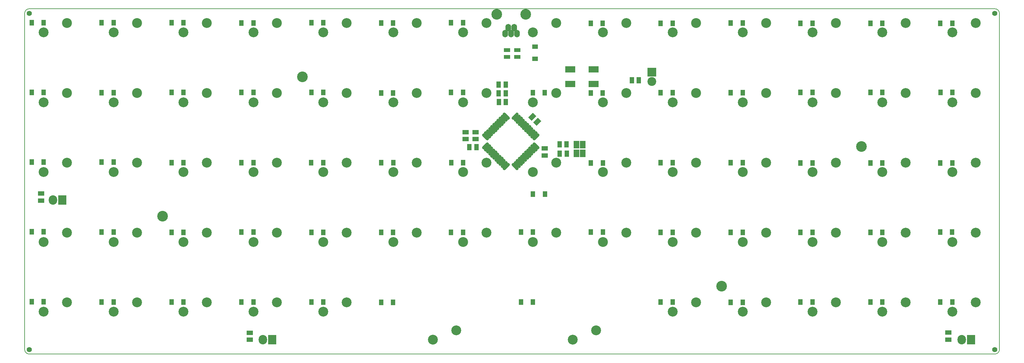
<source format=gbr>
G04 #@! TF.FileFunction,Soldermask,Bot*
%FSLAX46Y46*%
G04 Gerber Fmt 4.6, Leading zero omitted, Abs format (unit mm)*
G04 Created by KiCad (PCBNEW 4.0.1-stable) date 5/19/2016 2:34:44 PM*
%MOMM*%
G01*
G04 APERTURE LIST*
%ADD10C,0.100000*%
%ADD11C,0.150000*%
%ADD12R,1.310000X1.620000*%
%ADD13C,2.686000*%
%ADD14R,1.289000X1.797000*%
%ADD15R,1.797000X1.289000*%
%ADD16R,1.620000X1.310000*%
%ADD17C,1.400000*%
%ADD18O,2.305000X2.559000*%
%ADD19R,2.305000X2.559000*%
%ADD20C,0.806400*%
%ADD21R,1.700000X1.100000*%
%ADD22R,1.600000X2.000000*%
%ADD23C,2.900000*%
%ADD24R,2.701240X1.799540*%
%ADD25R,2.400000X2.400000*%
%ADD26C,2.400000*%
%ADD27O,1.550000X2.051000*%
G04 APERTURE END LIST*
D10*
D11*
X81250000Y-60750000D02*
X343750000Y-60750000D01*
X80000000Y-153500000D02*
X80000000Y-62000000D01*
X343750000Y-154750000D02*
X81250000Y-154750000D01*
X345000000Y-62000000D02*
X345000000Y-153500000D01*
X343750000Y-154750000D02*
G75*
G03X345000000Y-153500000I0J1250000D01*
G01*
X345000000Y-62000000D02*
G75*
G03X343750000Y-60750000I-1250000J0D01*
G01*
X81250000Y-60750000D02*
G75*
G03X80000000Y-62000000I0J-1250000D01*
G01*
X80000000Y-153500000D02*
G75*
G03X81250000Y-154750000I1250000J0D01*
G01*
D12*
X233895000Y-64690000D03*
X237165000Y-64690000D03*
D13*
X228960000Y-150830000D03*
X235310000Y-148290000D03*
X190960000Y-150830000D03*
X197310000Y-148290000D03*
D12*
X176905000Y-140630000D03*
X180175000Y-140630000D03*
D14*
X200897500Y-98440000D03*
X202802500Y-98440000D03*
D10*
G36*
X220444585Y-91283914D02*
X219173914Y-92554585D01*
X218262453Y-91643124D01*
X219533124Y-90372453D01*
X220444585Y-91283914D01*
X220444585Y-91283914D01*
G37*
G36*
X219097547Y-89936876D02*
X217826876Y-91207547D01*
X216915415Y-90296086D01*
X218186086Y-89025415D01*
X219097547Y-89936876D01*
X219097547Y-89936876D01*
G37*
D15*
X202550000Y-96232500D03*
X202550000Y-94327500D03*
D14*
X227312500Y-97690000D03*
X225407500Y-97690000D03*
X227372500Y-100170000D03*
X225467500Y-100170000D03*
D15*
X221350000Y-100672500D03*
X221350000Y-98767500D03*
X84500000Y-112952500D03*
X84500000Y-111047500D03*
D14*
X245047500Y-80250000D03*
X246952500Y-80250000D03*
D15*
X141240000Y-150842500D03*
X141240000Y-148937500D03*
D14*
X210762500Y-81370000D03*
X208857500Y-81370000D03*
X210822500Y-86110000D03*
X208917500Y-86110000D03*
D15*
X199900000Y-96232500D03*
X199900000Y-94327500D03*
D13*
X224540000Y-83670000D03*
X218190000Y-86210000D03*
X148540000Y-140670000D03*
X142190000Y-143210000D03*
D12*
X328925000Y-64730000D03*
X332195000Y-64730000D03*
X309905000Y-64730000D03*
X313175000Y-64730000D03*
X290895000Y-64690000D03*
X294165000Y-64690000D03*
X271925000Y-64620000D03*
X275195000Y-64620000D03*
X252915000Y-64690000D03*
X256185000Y-64690000D03*
D16*
X218750000Y-74385000D03*
X218750000Y-71115000D03*
D12*
X195915000Y-64540000D03*
X199185000Y-64540000D03*
X176905000Y-64620000D03*
X180175000Y-64620000D03*
X157925000Y-64580000D03*
X161195000Y-64580000D03*
X138915000Y-64620000D03*
X142185000Y-64620000D03*
X119905000Y-64540000D03*
X123175000Y-64540000D03*
X100935000Y-64580000D03*
X104205000Y-64580000D03*
X328955000Y-83540000D03*
X332225000Y-83540000D03*
X309905000Y-83550000D03*
X313175000Y-83550000D03*
X290895000Y-83520000D03*
X294165000Y-83520000D03*
X271925000Y-83630000D03*
X275195000Y-83630000D03*
X252915000Y-83630000D03*
X256185000Y-83630000D03*
X233895000Y-83670000D03*
X237165000Y-83670000D03*
X221415000Y-83590000D03*
X218145000Y-83590000D03*
X195915000Y-83520000D03*
X199185000Y-83520000D03*
X176905000Y-83670000D03*
X180175000Y-83670000D03*
X157925000Y-83520000D03*
X161195000Y-83520000D03*
X138915000Y-83550000D03*
X142185000Y-83550000D03*
X119905000Y-83520000D03*
X123175000Y-83520000D03*
X100905000Y-83570000D03*
X104175000Y-83570000D03*
X328895000Y-102700000D03*
X332165000Y-102700000D03*
X309915000Y-102760000D03*
X313185000Y-102760000D03*
X290915000Y-102740000D03*
X294185000Y-102740000D03*
X271915000Y-102680000D03*
X275185000Y-102680000D03*
X252915000Y-102660000D03*
X256185000Y-102660000D03*
X233925000Y-102710000D03*
X237195000Y-102710000D03*
X221465000Y-111200000D03*
X218195000Y-111200000D03*
X195955000Y-102680000D03*
X199225000Y-102680000D03*
X176925000Y-102650000D03*
X180195000Y-102650000D03*
X157905000Y-102680000D03*
X161175000Y-102680000D03*
X138905000Y-102680000D03*
X142175000Y-102680000D03*
X119905000Y-102650000D03*
X123175000Y-102650000D03*
X100905000Y-102510000D03*
X104175000Y-102510000D03*
X328885000Y-121540000D03*
X332155000Y-121540000D03*
X309905000Y-121620000D03*
X313175000Y-121620000D03*
X290895000Y-121580000D03*
X294165000Y-121580000D03*
X271925000Y-121650000D03*
X275195000Y-121650000D03*
X252915000Y-121620000D03*
X256185000Y-121620000D03*
X233935000Y-121540000D03*
X237205000Y-121540000D03*
X214925000Y-121540000D03*
X218195000Y-121540000D03*
X195915000Y-121580000D03*
X199185000Y-121580000D03*
X176905000Y-121580000D03*
X180175000Y-121580000D03*
X157925000Y-121580000D03*
X161195000Y-121580000D03*
X138915000Y-121540000D03*
X142185000Y-121540000D03*
X119905000Y-121620000D03*
X123175000Y-121620000D03*
X100927000Y-121530000D03*
X104197000Y-121530000D03*
X328925000Y-140590000D03*
X332195000Y-140590000D03*
X309905000Y-140590000D03*
X313175000Y-140590000D03*
X290895000Y-140590000D03*
X294165000Y-140590000D03*
X271925000Y-140630000D03*
X275195000Y-140630000D03*
X252915000Y-140590000D03*
X256185000Y-140590000D03*
X214925000Y-140590000D03*
X218195000Y-140590000D03*
X157925000Y-140590000D03*
X161195000Y-140590000D03*
X138915000Y-140590000D03*
X142185000Y-140590000D03*
X119905000Y-140590000D03*
X123175000Y-140590000D03*
X100935000Y-140590000D03*
X104205000Y-140590000D03*
X81915000Y-64540000D03*
X85185000Y-64540000D03*
X81915000Y-83480000D03*
X85185000Y-83480000D03*
X81905000Y-102510000D03*
X85175000Y-102510000D03*
X81905000Y-121480000D03*
X85175000Y-121480000D03*
D13*
X338540000Y-64670000D03*
X332190000Y-67210000D03*
X338540000Y-102670000D03*
X332190000Y-105210000D03*
X281540000Y-102670000D03*
X275190000Y-105210000D03*
X300540000Y-83670000D03*
X294190000Y-86210000D03*
X338540000Y-121670000D03*
X332190000Y-124210000D03*
X338540000Y-140670000D03*
X332190000Y-143210000D03*
X338540000Y-83670000D03*
X332190000Y-86210000D03*
X300540000Y-102670000D03*
X294190000Y-105210000D03*
X300540000Y-121670000D03*
X294190000Y-124210000D03*
X300540000Y-140670000D03*
X294190000Y-143210000D03*
X319540000Y-83670000D03*
X313190000Y-86210000D03*
X319540000Y-140670000D03*
X313190000Y-143210000D03*
X319540000Y-121670000D03*
X313190000Y-124210000D03*
X319540000Y-64670000D03*
X313190000Y-67210000D03*
X319540000Y-102670000D03*
X313190000Y-105210000D03*
X300540000Y-64670000D03*
X294190000Y-67210000D03*
X186540000Y-102670000D03*
X180190000Y-105210000D03*
X186540000Y-64670000D03*
X180190000Y-67210000D03*
X186540000Y-121670000D03*
X180190000Y-124210000D03*
X186540000Y-83670000D03*
X180190000Y-86210000D03*
X205540000Y-83670000D03*
X199190000Y-86210000D03*
X205540000Y-121670000D03*
X199190000Y-124210000D03*
X224540000Y-64670000D03*
X218190000Y-67210000D03*
X205540000Y-64670000D03*
X199190000Y-67210000D03*
X205540000Y-102670000D03*
X199190000Y-105210000D03*
X243540000Y-83670000D03*
X237190000Y-86210000D03*
X243540000Y-64670000D03*
X237190000Y-67210000D03*
X262540000Y-83670000D03*
X256190000Y-86210000D03*
X262540000Y-64670000D03*
X256190000Y-67210000D03*
X281540000Y-64670000D03*
X275190000Y-67210000D03*
X281540000Y-121670000D03*
X275190000Y-124210000D03*
X281540000Y-140670000D03*
X275190000Y-143210000D03*
X281540000Y-83670000D03*
X275190000Y-86210000D03*
X224540000Y-102670000D03*
X218190000Y-105210000D03*
X224540000Y-121670000D03*
X218190000Y-124210000D03*
X262540000Y-140670000D03*
X256190000Y-143210000D03*
X262540000Y-121670000D03*
X256190000Y-124210000D03*
X262540000Y-102670000D03*
X256190000Y-105210000D03*
X243540000Y-102670000D03*
X237190000Y-105210000D03*
X243540000Y-121670000D03*
X237190000Y-124210000D03*
X129540000Y-140670000D03*
X123190000Y-143210000D03*
X129540000Y-121670000D03*
X123190000Y-124210000D03*
X129540000Y-102670000D03*
X123190000Y-105210000D03*
X148540000Y-102670000D03*
X142190000Y-105210000D03*
X148540000Y-121670000D03*
X142190000Y-124210000D03*
X110540000Y-140670000D03*
X104190000Y-143210000D03*
X110540000Y-121670000D03*
X104190000Y-124210000D03*
X110540000Y-102670000D03*
X104190000Y-105210000D03*
X167540000Y-83670000D03*
X161190000Y-86210000D03*
X167540000Y-140670000D03*
X161190000Y-143210000D03*
X167540000Y-121670000D03*
X161190000Y-124210000D03*
X167540000Y-64670000D03*
X161190000Y-67210000D03*
X167540000Y-102670000D03*
X161190000Y-105210000D03*
X148540000Y-64670000D03*
X142190000Y-67210000D03*
X148540000Y-83670000D03*
X142190000Y-86210000D03*
X129540000Y-64670000D03*
X123190000Y-67210000D03*
X129540000Y-83670000D03*
X123190000Y-86210000D03*
X91540000Y-102670000D03*
X85190000Y-105210000D03*
X110540000Y-83670000D03*
X104190000Y-86210000D03*
X91540000Y-64670000D03*
X85190000Y-67210000D03*
X110540000Y-64670000D03*
X104190000Y-67210000D03*
X91540000Y-121670000D03*
X85190000Y-124210000D03*
X91540000Y-140670000D03*
X85190000Y-143210000D03*
X91540000Y-83670000D03*
X85190000Y-86210000D03*
D17*
X81250000Y-62000000D03*
X343750000Y-62000000D03*
X343750000Y-153500000D03*
X81250000Y-153500000D03*
D12*
X81905000Y-140510000D03*
X85175000Y-140510000D03*
D18*
X334730000Y-150830000D03*
D19*
X337270000Y-150830000D03*
D18*
X144730000Y-150840000D03*
D19*
X147270000Y-150840000D03*
D18*
X87730000Y-112830000D03*
D19*
X90270000Y-112830000D03*
D20*
X208626924Y-93336924D02*
X207570846Y-92280846D01*
X209192680Y-92771168D02*
X208136602Y-91715090D01*
X209758436Y-92205411D02*
X208702358Y-91149333D01*
X210324192Y-91639655D02*
X209268114Y-90583577D01*
X210889948Y-91073899D02*
X209833870Y-90017821D01*
X211455704Y-90508143D02*
X210399626Y-89452065D01*
X208061168Y-93902680D02*
X207005090Y-92846602D01*
X207495411Y-94468436D02*
X206439333Y-93412358D01*
X206929655Y-95034192D02*
X205873577Y-93978114D01*
X206363899Y-95599948D02*
X205307821Y-94543870D01*
X205798143Y-96165704D02*
X204742065Y-95109626D01*
X216709154Y-101419154D02*
X215653076Y-100363076D01*
X217274910Y-100853398D02*
X216218832Y-99797320D01*
X217840667Y-100287642D02*
X216784589Y-99231564D01*
X218406423Y-99721886D02*
X217350345Y-98665808D01*
X218972179Y-99156130D02*
X217916101Y-98100052D01*
X219537935Y-98590374D02*
X218481857Y-97534296D01*
X216143398Y-101984910D02*
X215087320Y-100928832D01*
X215577642Y-102550667D02*
X214521564Y-101494589D01*
X215011886Y-103116423D02*
X213955808Y-102060345D01*
X214446130Y-103682179D02*
X213390052Y-102626101D01*
X213880374Y-104247935D02*
X212824296Y-103191857D01*
X216709154Y-92280846D02*
X215653076Y-93336924D01*
X208626924Y-100363076D02*
X207570846Y-101419154D01*
X217274910Y-92846602D02*
X216218832Y-93902680D01*
X209192680Y-100928832D02*
X208136602Y-101984910D01*
X209758436Y-101494589D02*
X208702358Y-102550667D01*
X217840667Y-93412358D02*
X216784589Y-94468436D01*
X218406423Y-93978114D02*
X217350345Y-95034192D01*
X210324192Y-102060345D02*
X209268114Y-103116423D01*
X210889948Y-102626101D02*
X209833870Y-103682179D01*
X218972179Y-94543870D02*
X217916101Y-95599948D01*
X219537935Y-95109626D02*
X218481857Y-96165704D01*
X211455704Y-103191857D02*
X210399626Y-104247935D01*
X208061168Y-99797320D02*
X207005090Y-100853398D01*
X216143398Y-91715090D02*
X215087320Y-92771168D01*
X215577642Y-91149333D02*
X214521564Y-92205411D01*
X207495411Y-99231564D02*
X206439333Y-100287642D01*
X206929655Y-98665808D02*
X205873577Y-99721886D01*
X215011886Y-90583577D02*
X213955808Y-91639655D01*
X214446130Y-90017821D02*
X213390052Y-91073899D01*
X206363899Y-98100052D02*
X205307821Y-99156130D01*
X205798143Y-97534296D02*
X204742065Y-98590374D01*
X213880374Y-89452065D02*
X212824296Y-90508143D01*
D21*
X213900000Y-73900000D03*
X213900000Y-72000000D03*
X211100000Y-73900000D03*
X211100000Y-72000000D03*
D14*
X210792500Y-83740000D03*
X208887500Y-83740000D03*
D15*
X331140000Y-150822500D03*
X331140000Y-148917500D03*
D22*
X231720000Y-100110000D03*
X231720000Y-97710000D03*
X230020000Y-100110000D03*
X230020000Y-97710000D03*
D23*
X117500000Y-117240000D03*
X155500000Y-79250000D03*
X269500000Y-136250000D03*
X307500000Y-98250000D03*
D24*
X228350400Y-81251520D03*
X234649600Y-77251020D03*
X234649600Y-81248980D03*
X228350400Y-77251020D03*
D25*
X250500000Y-78000000D03*
D26*
X250500000Y-80540000D03*
D23*
X216175000Y-62275000D03*
D27*
X210649800Y-67501760D03*
X211449900Y-65899020D03*
X212250000Y-67501760D03*
X213050100Y-65899020D03*
X213850200Y-67501760D03*
D23*
X208375000Y-62275000D03*
M02*

</source>
